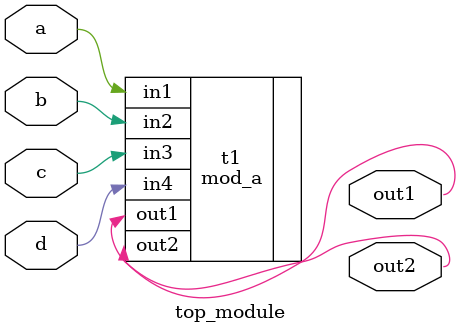
<source format=v>
module top_module ( 
    input a, 
    input b, 
    input c,
    input d,
    output out1,
    output out2
);
    mod_a t1(.in1(a),.in2(b),.in3(c),.in4(d),.out2(out2),.out1(out1));

endmodule

</source>
